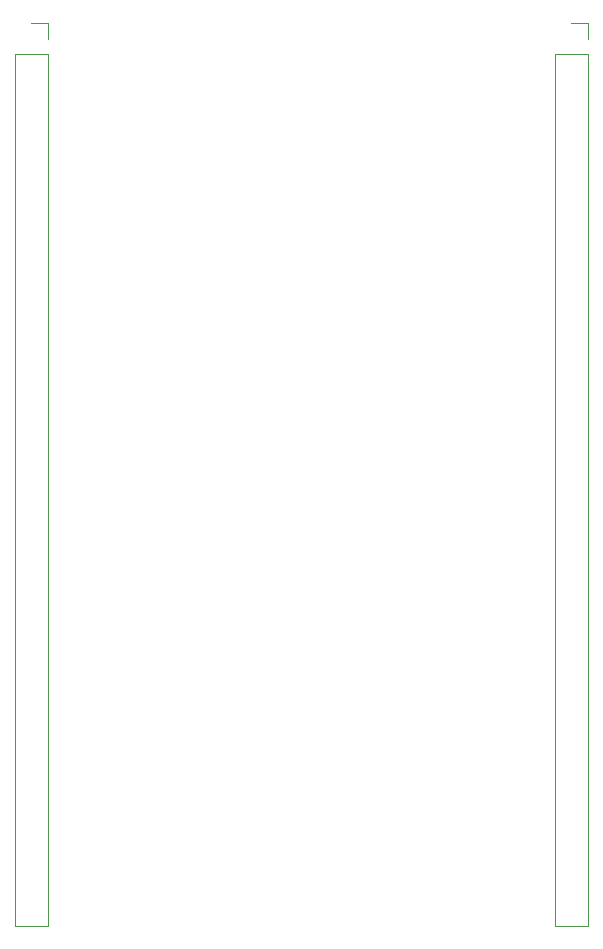
<source format=gbo>
G04 #@! TF.GenerationSoftware,KiCad,Pcbnew,9.0.1*
G04 #@! TF.CreationDate,2025-04-19T16:30:10+02:00*
G04 #@! TF.ProjectId,80286,38303238-362e-46b6-9963-61645f706362,rev?*
G04 #@! TF.SameCoordinates,Original*
G04 #@! TF.FileFunction,Legend,Bot*
G04 #@! TF.FilePolarity,Positive*
%FSLAX46Y46*%
G04 Gerber Fmt 4.6, Leading zero omitted, Abs format (unit mm)*
G04 Created by KiCad (PCBNEW 9.0.1) date 2025-04-19 16:30:10*
%MOMM*%
%LPD*%
G01*
G04 APERTURE LIST*
%ADD10C,0.120000*%
%ADD11R,1.422400X1.422400*%
%ADD12C,1.422400*%
%ADD13C,1.700000*%
%ADD14R,1.700000X1.700000*%
G04 APERTURE END LIST*
D10*
X206900000Y-117270000D02*
X206900000Y-191040000D01*
X209660000Y-114620000D02*
X208280000Y-114620000D01*
X209660000Y-116000000D02*
X209660000Y-114620000D01*
X209660000Y-117270000D02*
X206900000Y-117270000D01*
X209660000Y-117270000D02*
X209660000Y-191040000D01*
X209660000Y-191040000D02*
X206900000Y-191040000D01*
X161180000Y-117270000D02*
X161180000Y-191040000D01*
X163940000Y-114620000D02*
X162560000Y-114620000D01*
X163940000Y-116000000D02*
X163940000Y-114620000D01*
X163940000Y-117270000D02*
X161180000Y-117270000D01*
X163940000Y-117270000D02*
X163940000Y-191040000D01*
X163940000Y-191040000D02*
X161180000Y-191040000D01*
%LPC*%
D11*
X198120000Y-156640000D03*
D12*
X195580000Y-156640000D03*
X198120000Y-154100000D03*
X195580000Y-154100000D03*
X198120000Y-151560000D03*
X195580000Y-151560000D03*
X198120000Y-149020000D03*
X195580000Y-149020000D03*
X198120000Y-146480000D03*
X195580000Y-143940000D03*
X195580000Y-146480000D03*
X193040000Y-143940000D03*
X193040000Y-146480000D03*
X190500000Y-143940000D03*
X190500000Y-146480000D03*
X187960000Y-143940000D03*
X187960000Y-146480000D03*
X185420000Y-143940000D03*
X185420000Y-146480000D03*
X182880000Y-143940000D03*
X182880000Y-146480000D03*
X180340000Y-143940000D03*
X180340000Y-146480000D03*
X177800000Y-143940000D03*
X177800000Y-146480000D03*
X175260000Y-143940000D03*
X172720000Y-146480000D03*
X175260000Y-146480000D03*
X172720000Y-149020000D03*
X175260000Y-149020000D03*
X172720000Y-151560000D03*
X175260000Y-151560000D03*
X172720000Y-154100000D03*
X175260000Y-154100000D03*
X172720000Y-156640000D03*
X175260000Y-156640000D03*
X172720000Y-159180000D03*
X175260000Y-159180000D03*
X172720000Y-161720000D03*
X175260000Y-161720000D03*
X172720000Y-164260000D03*
X175260000Y-164260000D03*
X172720000Y-166800000D03*
X175260000Y-169340000D03*
X175260000Y-166800000D03*
X177800000Y-169340000D03*
X177800000Y-166800000D03*
X180340000Y-169340000D03*
X180340000Y-166800000D03*
X182880000Y-169340000D03*
X182880000Y-166800000D03*
X185420000Y-169340000D03*
X185420000Y-166800000D03*
X187960000Y-169340000D03*
X187960000Y-166800000D03*
X190500000Y-169340000D03*
X190500000Y-166800000D03*
X193040000Y-169340000D03*
X193040000Y-166800000D03*
X195580000Y-169340000D03*
X198120000Y-166800000D03*
X195580000Y-166800000D03*
X198120000Y-164260000D03*
X195580000Y-164260000D03*
X198120000Y-161720000D03*
X195580000Y-161720000D03*
X198120000Y-159180000D03*
X195580000Y-159180000D03*
D13*
X208280000Y-189660000D03*
X208280000Y-187120000D03*
X208280000Y-184580000D03*
X208280000Y-182040000D03*
X208280000Y-179500000D03*
X208280000Y-176960000D03*
X208280000Y-174420000D03*
X208280000Y-171880000D03*
X208280000Y-169340000D03*
X208280000Y-166800000D03*
X208280000Y-164260000D03*
X208280000Y-161720000D03*
X208280000Y-159180000D03*
X208280000Y-156640000D03*
X208280000Y-154100000D03*
X208280000Y-151560000D03*
X208280000Y-149020000D03*
X208280000Y-146480000D03*
X208280000Y-143940000D03*
X208280000Y-141400000D03*
X208280000Y-138860000D03*
X208280000Y-136320000D03*
X208280000Y-133780000D03*
X208280000Y-131240000D03*
X208280000Y-128700000D03*
X208280000Y-126160000D03*
X208280000Y-123620000D03*
X208280000Y-121080000D03*
X208280000Y-118540000D03*
D14*
X208280000Y-116000000D03*
D13*
X162560000Y-116000000D03*
X162560000Y-118540000D03*
X162560000Y-121080000D03*
X162560000Y-123620000D03*
X162560000Y-126160000D03*
X162560000Y-128700000D03*
X162560000Y-131240000D03*
X162560000Y-133780000D03*
X162560000Y-136320000D03*
X162560000Y-138860000D03*
X162560000Y-141400000D03*
X162560000Y-143940000D03*
X162560000Y-146480000D03*
X162560000Y-149020000D03*
X162560000Y-151560000D03*
X162560000Y-154100000D03*
X162560000Y-156640000D03*
X162560000Y-159180000D03*
X162560000Y-161720000D03*
X162560000Y-164260000D03*
X162560000Y-166800000D03*
X162560000Y-169340000D03*
X162560000Y-171880000D03*
X162560000Y-174420000D03*
X162560000Y-176960000D03*
X162560000Y-179500000D03*
X162560000Y-182040000D03*
X162560000Y-184580000D03*
X162560000Y-187120000D03*
D14*
X162560000Y-189660000D03*
%LPD*%
M02*

</source>
